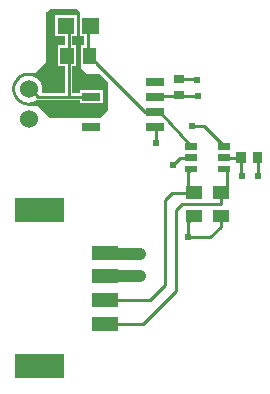
<source format=gtl>
G04 Layer: TopLayer*
G04 EasyEDA v6.4.17, 2021-03-19T16:44:36--7:00*
G04 2dc819ba9ea4424db49a2a786f0bdddf,d6c3d315a7ad4e81bc1a44f6c2ba7827,10*
G04 Gerber Generator version 0.2*
G04 Scale: 100 percent, Rotated: No, Reflected: No *
G04 Dimensions in millimeters *
G04 leading zeros omitted , absolute positions ,4 integer and 5 decimal *
%FSLAX45Y45*%
%MOMM*%

%ADD10C,0.2540*%
%ADD11C,1.0000*%
%ADD12C,0.6096*%
%ADD13C,0.6100*%
%ADD16R,0.9000X0.8000*%
%ADD17R,1.3770X1.1325*%
%ADD22R,1.5500X0.6500*%
%ADD23C,1.5240*%

%LPD*%
G36*
X1752600Y15455900D02*
G01*
X1725675Y15428976D01*
X1724202Y15428976D01*
X1752600Y15417800D01*
X1763775Y15428976D01*
X2004212Y15428976D01*
X1977288Y15455900D01*
G37*
G36*
X2013407Y14959025D02*
G01*
X2005787Y14905939D01*
X2007717Y14904008D01*
X2068423Y14904008D01*
G37*
G36*
X2179980Y14904974D02*
G01*
X2179980Y14769947D01*
X2214981Y14769947D01*
X2245004Y14779955D01*
X2245004Y14839950D01*
G37*
G36*
X1726387Y15020239D02*
G01*
X1624787Y14918639D01*
X1573987Y14918639D01*
X1641297Y14886635D01*
X1644091Y14886635D01*
X1650187Y14880539D01*
X1651457Y14880539D01*
X1675587Y14855139D01*
X1675587Y14835479D01*
X1695653Y14815413D01*
X1695653Y14746224D01*
X1693418Y14743988D01*
X1723389Y14743988D01*
X1723389Y14890242D01*
X1726387Y14893239D01*
G37*
G36*
X1650187Y14690039D02*
G01*
X1624787Y14664639D01*
X1891487Y14664639D01*
X1891487Y14690039D01*
G37*
G36*
X1650187Y14639239D02*
G01*
X1751787Y14537639D01*
X1891588Y14535454D01*
X1891487Y14639239D01*
G37*
G36*
X2179980Y14659965D02*
G01*
X2179980Y14534946D01*
X2245004Y14599970D01*
X2245004Y14649957D01*
X2234996Y14649957D01*
X2210003Y14659965D01*
G37*
D11*
X2235009Y13191185D02*
G01*
X2243236Y13199414D01*
X2514793Y13199414D01*
D10*
X2102093Y14715436D02*
G01*
X1654853Y14715436D01*
X1591353Y14778936D01*
X1574002Y14778936D01*
X1923889Y15316205D02*
G01*
X1913900Y15306220D01*
X1913900Y15062205D01*
X1914047Y14715436D02*
G01*
X1914047Y15045430D01*
X1897278Y15062200D01*
X2933700Y13750292D02*
G01*
X2933700Y13746378D01*
X2971800Y13708278D01*
X2921000Y13657478D01*
X2921000Y13525500D01*
X2063899Y15316205D02*
G01*
X2073909Y15306207D01*
X2073909Y15062205D01*
X2646113Y14588431D02*
G01*
X2683568Y14588431D01*
X2946097Y14293588D01*
X2946097Y14293588D01*
X2090521Y15062200D02*
G01*
X2090521Y15062200D01*
X2159000Y14986000D01*
X2556568Y14588431D01*
X2646113Y14588431D01*
X3378200Y14046200D02*
G01*
X3371700Y14052699D01*
X3371700Y14198600D01*
X3371697Y14198600D02*
G01*
X3302000Y14198600D01*
X3226048Y14198600D01*
X3511699Y14198600D02*
G01*
X3517900Y14192399D01*
X3517900Y14046200D01*
X2844800Y14865502D02*
G01*
X2990697Y14865502D01*
X2997200Y14859000D01*
X2646103Y14461436D02*
G01*
X2654302Y14453237D01*
X2654302Y14325600D01*
X2946090Y14198600D02*
G01*
X2857500Y14198600D01*
X2794000Y14135100D01*
X3226109Y14293595D02*
G01*
X3054405Y14465300D01*
X2959100Y14465300D01*
X2646113Y14715431D02*
G01*
X2649984Y14719300D01*
X3009900Y14719300D01*
D11*
X2211905Y13399665D02*
G01*
X2225771Y13385800D01*
X2514605Y13385800D01*
D10*
X2971800Y13901521D02*
G01*
X2789021Y13901521D01*
X2730500Y13843000D01*
X2730500Y13119100D01*
X2602235Y12993370D01*
X2222251Y12993370D01*
X2946102Y14103598D02*
G01*
X2921000Y14078496D01*
X2921000Y13901521D01*
X2971800Y13901521D01*
X3226054Y14103604D02*
G01*
X3251200Y14103604D01*
X3251200Y13901420D01*
X3200400Y13901420D01*
X2921000Y13525500D02*
G01*
X3111500Y13525500D01*
X3200400Y13614400D01*
X3200400Y13708278D01*
X3200400Y13901521D02*
G01*
X3200400Y13804900D01*
X3200400Y13804900D02*
G01*
X2870200Y13804900D01*
X2819400Y13754100D01*
X2819400Y13068300D01*
X2540000Y12788900D01*
X2222245Y12788900D01*
X2222245Y12793471D01*
G36*
X2026399Y15248699D02*
G01*
X2026399Y15383700D01*
X2167399Y15383700D01*
X2167399Y15248699D01*
G37*
G36*
X1961400Y15248699D02*
G01*
X1961400Y15383700D01*
X1820400Y15383700D01*
X1820400Y15248699D01*
G37*
G36*
X3471699Y14243601D02*
G01*
X3551699Y14243601D01*
X3551699Y14153598D01*
X3471699Y14153598D01*
G37*
G36*
X3331700Y14243601D02*
G01*
X3411700Y14243601D01*
X3411700Y14153598D01*
X3331700Y14153598D01*
G37*
D16*
G01*
X2844800Y14725497D03*
G01*
X2844800Y14865502D03*
G36*
X3040649Y13844899D02*
G01*
X2902950Y13844899D01*
X2902950Y13958153D01*
X3040649Y13958153D01*
G37*
D17*
G01*
X2971800Y13708278D03*
G36*
X3269249Y13844899D02*
G01*
X3131550Y13844899D01*
X3131550Y13958153D01*
X3269249Y13958153D01*
G37*
G01*
X3200400Y13708278D03*
G36*
X1953900Y15131049D02*
G01*
X1953900Y14993350D01*
X1840646Y14993350D01*
X1840646Y15131049D01*
G37*
G36*
X2033899Y15131049D02*
G01*
X2033899Y14993350D01*
X2147153Y14993350D01*
X2147153Y15131049D01*
G37*
G36*
X2896123Y14131071D02*
G01*
X2996123Y14131071D01*
X2996123Y14076070D01*
X2896123Y14076070D01*
G37*
G36*
X2896123Y14226067D02*
G01*
X2996123Y14226067D01*
X2996123Y14171066D01*
X2896123Y14171066D01*
G37*
G36*
X2896123Y14321063D02*
G01*
X2996123Y14321063D01*
X2996123Y14266062D01*
X2896123Y14266062D01*
G37*
G36*
X3176132Y14321063D02*
G01*
X3276132Y14321063D01*
X3276132Y14266062D01*
X3176132Y14266062D01*
G37*
G36*
X3176132Y14226067D02*
G01*
X3276132Y14226067D01*
X3276132Y14171066D01*
X3176132Y14171066D01*
G37*
G36*
X3176132Y14131071D02*
G01*
X3276132Y14131071D01*
X3276132Y14076070D01*
X3176132Y14076070D01*
G37*
G36*
X2112213Y12853390D02*
G01*
X2332177Y12853390D01*
X2332177Y12733502D01*
X2112213Y12733502D01*
G37*
G36*
X2112213Y13053288D02*
G01*
X2332177Y13053288D01*
X2332177Y12933400D01*
X2112213Y12933400D01*
G37*
G36*
X2112213Y13253440D02*
G01*
X2332177Y13253440D01*
X2332177Y13133552D01*
X2112213Y13133552D01*
G37*
G36*
X2112213Y13453338D02*
G01*
X2332177Y13453338D01*
X2332177Y13333450D01*
X2112213Y13333450D01*
G37*
G36*
X1454099Y12534112D02*
G01*
X1874215Y12534112D01*
X1874215Y12333960D01*
X1454099Y12333960D01*
G37*
G36*
X1454099Y13853601D02*
G01*
X1874215Y13853601D01*
X1874215Y13653449D01*
X1454099Y13653449D01*
G37*
D22*
G01*
X2102129Y14842489D03*
G01*
X2102129Y14715489D03*
G01*
X2102129Y14588489D03*
G01*
X2102129Y14461489D03*
G01*
X2646146Y14461489D03*
G01*
X2646146Y14588489D03*
G01*
X2646146Y14715489D03*
G01*
X2646146Y14842489D03*
D10*
G75*
G01*
X1698874Y14755769D02*
G03*
X1650205Y14677332I-124870J23162D01*
G36*
X1724202Y15430500D02*
G01*
X1993900Y15430500D01*
X1993900Y15405100D01*
X1724202Y15405100D01*
G37*
G36*
X1724202Y15408960D02*
G01*
X1799209Y15408960D01*
X1799209Y14888971D01*
X1724202Y14888971D01*
G37*
G36*
X1944192Y15228976D02*
G01*
X2044191Y15228976D01*
X2044191Y15148966D01*
X1944192Y15148966D01*
G37*
G36*
X1984197Y15408376D02*
G01*
X2004212Y15408376D01*
X2004212Y15228468D01*
X1984197Y15228468D01*
G37*
G36*
X1974189Y15149271D02*
G01*
X2014194Y15149271D01*
X2014194Y14973960D01*
X1974189Y14973960D01*
G37*
G36*
X1943100Y14973960D02*
G01*
X2014194Y14973960D01*
X2014194Y14820900D01*
X1943100Y14820900D01*
G37*
G36*
X1942312Y14791639D02*
G01*
X2004999Y14791639D01*
X2004999Y14744979D01*
X1942312Y14744979D01*
G37*
G36*
X2199995Y14779980D02*
G01*
X2245004Y14779980D01*
X2245004Y14649983D01*
X2199995Y14649983D01*
G37*
G36*
X1942312Y14905939D02*
G01*
X2180005Y14905939D01*
X2180005Y14769972D01*
X1942312Y14769972D01*
G37*
G36*
X1799209Y14973960D02*
G01*
X1884197Y14973960D01*
X1884197Y14888971D01*
X1799209Y14888971D01*
G37*
G36*
X1798701Y15228976D02*
G01*
X1884197Y15228976D01*
X1884197Y15148966D01*
X1798701Y15148966D01*
G37*
G36*
X1796897Y15149271D02*
G01*
X1819198Y15149271D01*
X1819198Y14973477D01*
X1796897Y14973477D01*
G37*
G36*
X1984197Y15428976D02*
G01*
X2004187Y15428976D01*
X2004187Y15398978D01*
X1984197Y15398978D01*
G37*
G36*
X1723389Y14973985D02*
G01*
X1883384Y14973985D01*
X1883384Y14743988D01*
X1723389Y14743988D01*
G37*
G36*
X1574012Y14664639D02*
G01*
X1891512Y14664639D01*
X1891512Y14639239D01*
X1574012Y14639239D01*
G37*
G36*
X1889988Y14689962D02*
G01*
X2004999Y14689962D01*
X2004999Y14654961D01*
X1889988Y14654961D01*
G37*
G36*
X1891512Y14659965D02*
G01*
X2180005Y14659965D01*
X2180005Y14534972D01*
X1891512Y14534972D01*
G37*
D23*
G01*
X1574012Y14778939D03*
G01*
X1574012Y14524939D03*
D12*
G01*
X1752498Y14981859D03*
G01*
X2997200Y14859000D03*
G01*
X2654300Y14325600D03*
G01*
X1930400Y14592300D03*
D13*
G01*
X2959100Y14465300D03*
G01*
X2794000Y14135100D03*
G01*
X3517900Y14046200D03*
G01*
X3378200Y14046200D03*
G01*
X2921000Y13525500D03*
D11*
G01*
X2514803Y13199414D03*
D13*
G01*
X3009900Y14719300D03*
D11*
G01*
X2514600Y13385800D03*
M02*

</source>
